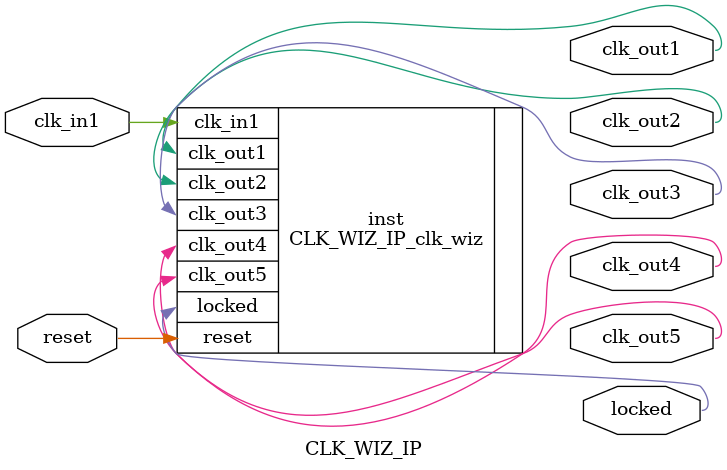
<source format=v>


`timescale 1ps/1ps

(* CORE_GENERATION_INFO = "CLK_WIZ_IP,clk_wiz_v6_0_12_0_0,{component_name=CLK_WIZ_IP,use_phase_alignment=true,use_min_o_jitter=false,use_max_i_jitter=false,use_dyn_phase_shift=false,use_inclk_switchover=false,use_dyn_reconfig=false,enable_axi=0,feedback_source=FDBK_AUTO,PRIMITIVE=PLL,num_out_clk=5,clkin1_period=8.000,clkin2_period=10.0,use_power_down=false,use_reset=true,use_locked=true,use_inclk_stopped=false,feedback_type=SINGLE,CLOCK_MGR_TYPE=NA,manual_override=false}" *)

module CLK_WIZ_IP 
 (
  // Clock out ports
  output        clk_out1,
  output        clk_out2,
  output        clk_out3,
  output        clk_out4,
  output        clk_out5,
  // Status and control signals
  input         reset,
  output        locked,
 // Clock in ports
  input         clk_in1
 );

  CLK_WIZ_IP_clk_wiz inst
  (
  // Clock out ports  
  .clk_out1(clk_out1),
  .clk_out2(clk_out2),
  .clk_out3(clk_out3),
  .clk_out4(clk_out4),
  .clk_out5(clk_out5),
  // Status and control signals               
  .reset(reset), 
  .locked(locked),
 // Clock in ports
  .clk_in1(clk_in1)
  );

endmodule

</source>
